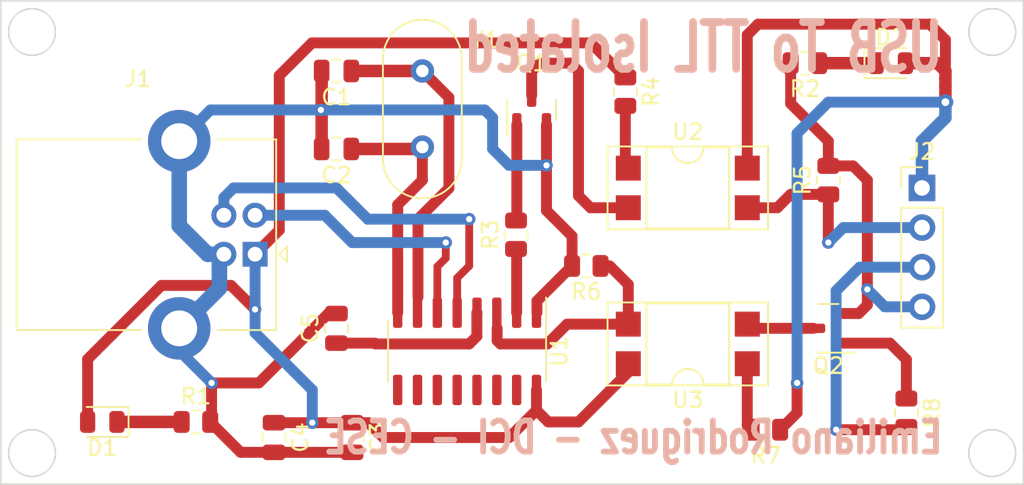
<source format=kicad_pcb>
(kicad_pcb (version 20211014) (generator pcbnew)
  (layers (0 "F.Cu" signal) (31 "B.Cu" signal) (34 "B.Paste" user) (35 "F.Paste" user) (36 "B.SilkS" user "B.Silkscreen") (37 "F.SilkS" user "F.Silkscreen") (38 "B.Mask" user) (39 "F.Mask" user) (44 "Edge.Cuts" user))
  (net 0 "")
  (net 1 "Net-(C1-Pad1)")
  (net 2 "GND")
  (net 3 "Net-(C2-Pad1)")
  (net 4 "VCC")
  (net 5 "/V3")
  (net 6 "Net-(D1-Pad1)")
  (net 7 "Net-(D2-Pad1)")
  (net 8 "VDD")
  (net 9 "Net-(J1-Pad2)")
  (net 10 "Net-(J1-Pad3)")
  (net 11 "Net-(J2-Pad2)")
  (net 12 "Net-(J2-Pad3)")
  (net 13 "GND1")
  (net 14 "Net-(Q1-Pad1)")
  (net 15 "Net-(Q1-Pad3)")
  (net 16 "Net-(Q2-Pad1)")
  (net 17 "Net-(Q2-Pad3)")
  (net 18 "Net-(R3-Pad1)")
  (net 19 "Net-(R4-Pad2)")
  (net 20 "Net-(R6-Pad1)")
  (net 21 "Net-(R7-Pad2)")
  (footprint "Resistor_SMD:R_0805_2012Metric" (layer "F.Cu") (at 166.5 74 180)
    (fp_text reference "R2" (at 0 -1.65) (layer "F.SilkS"))
    (fp_text value "1K")
    (fp_line (start -0.227064 -0.735) (end 0.227064 -0.735) (layer "F.SilkS") (width 0.12))
    (fp_line (start -0.227064 0.735) (end 0.227064 0.735) (layer "F.SilkS") (width 0.12))
    (pad "1" smd roundrect (at -0.9125 0 180) (size 1.025 1.4) (layers "F.Cu" "F.Paste" "F.Mask") (roundrect_rratio 0.243902) (net 7 "Net-(D2-Pad1)"))
    (pad "2" smd roundrect (at 0.9125 0 180) (size 1.025 1.4) (layers "F.Cu" "F.Paste" "F.Mask") (roundrect_rratio 0.243902) (net 13 "GND1"))
  )
  (footprint "Resistor_SMD:R_0805_2012Metric" (layer "F.Cu") (at 127.5 97)
    (fp_text reference "R1" (at 0 -1.65) (layer "F.SilkS"))
    (fp_text value "1K")
    (fp_line (start -0.227064 -0.735) (end 0.227064 -0.735) (layer "F.SilkS") (width 0.12))
    (fp_line (start -0.227064 0.735) (end 0.227064 0.735) (layer "F.SilkS") (width 0.12))
    (pad "1" smd roundrect (at -0.9125 0) (size 1.025 1.4) (layers "F.Cu" "F.Paste" "F.Mask") (roundrect_rratio 0.243902) (net 6 "Net-(D1-Pad1)"))
    (pad "2" smd roundrect (at 0.9125 0) (size 1.025 1.4) (layers "F.Cu" "F.Paste" "F.Mask") (roundrect_rratio 0.243902) (net 2 "GND"))
  )
  (footprint "Package_SO:SOIC-16_3.9x9.9mm_P1.27mm" (layer "F.Cu") (at 144.865 92.475 -90)
    (fp_text reference "U1" (at 0 -5.9 90) (layer "F.SilkS"))
    (fp_text value "CH340G")
    (fp_line (start 0 -5.06) (end 1.95 -5.06) (layer "F.SilkS") (width 0.12))
    (fp_line (start 0 -5.06) (end -3.45 -5.06) (layer "F.SilkS") (width 0.12))
    (fp_line (start 0 5.06) (end -1.95 5.06) (layer "F.SilkS") (width 0.12))
    (fp_line (start 0 5.06) (end 1.95 5.06) (layer "F.SilkS") (width 0.12))
    (pad "1" smd roundrect (at -2.475 -4.445 270) (size 1.95 0.6) (layers "F.Cu" "F.Paste" "F.Mask") (net 2 "GND"))
    (pad "2" smd roundrect (at -2.475 -3.175 270) (size 1.95 0.6) (layers "F.Cu" "F.Paste" "F.Mask") (net 18 "Net-(R3-Pad1)"))
    (pad "3" smd roundrect (at -2.475 -1.905 270) (size 1.95 0.6) (layers "F.Cu" "F.Paste" "F.Mask") (net 20 "Net-(R6-Pad1)"))
    (pad "4" smd roundrect (at -2.475 -0.635 270) (size 1.95 0.6) (layers "F.Cu" "F.Paste" "F.Mask") (net 5 "/V3"))
    (pad "5" smd roundrect (at -2.475 0.635 270) (size 1.95 0.6) (layers "F.Cu" "F.Paste" "F.Mask") (net 10 "Net-(J1-Pad3)"))
    (pad "6" smd roundrect (at -2.475 1.905 270) (size 1.95 0.6) (layers "F.Cu" "F.Paste" "F.Mask") (net 9 "Net-(J1-Pad2)"))
    (pad "7" smd roundrect (at -2.475 3.175 270) (size 1.95 0.6) (layers "F.Cu" "F.Paste" "F.Mask") (net 1 "Net-(C1-Pad1)"))
    (pad "8" smd roundrect (at -2.475 4.445 270) (size 1.95 0.6) (layers "F.Cu" "F.Paste" "F.Mask") (net 3 "Net-(C2-Pad1)"))
    (pad "9" smd roundrect (at 2.475 4.445 270) (size 1.95 0.6) (layers "F.Cu" "F.Paste" "F.Mask"))
    (pad "10" smd roundrect (at 2.475 3.175 270) (size 1.95 0.6) (layers "F.Cu" "F.Paste" "F.Mask"))
    (pad "11" smd roundrect (at 2.475 1.905 270) (size 1.95 0.6) (layers "F.Cu" "F.Paste" "F.Mask"))
    (pad "12" smd roundrect (at 2.475 0.635 270) (size 1.95 0.6) (layers "F.Cu" "F.Paste" "F.Mask"))
    (pad "13" smd roundrect (at 2.475 -0.635 270) (size 1.95 0.6) (layers "F.Cu" "F.Paste" "F.Mask"))
    (pad "14" smd roundrect (at 2.475 -1.905 270) (size 1.95 0.6) (layers "F.Cu" "F.Paste" "F.Mask"))
    (pad "15" smd roundrect (at 2.475 -3.175 270) (size 1.95 0.6) (layers "F.Cu" "F.Paste" "F.Mask"))
    (pad "16" smd roundrect (at 2.475 -4.445 270) (size 1.95 0.6) (layers "F.Cu" "F.Paste" "F.Mask") (net 4 "VCC"))
  )
  (footprint "Resistor_SMD:R_0805_2012Metric" (layer "F.Cu") (at 164 97.5 180)
    (fp_text reference "R7" (at 0 -1.65) (layer "F.SilkS"))
    (fp_text value "1K8")
    (fp_line (start -0.227064 0.735) (end 0.227064 0.735) (layer "F.SilkS") (width 0.12))
    (fp_line (start -0.227064 -0.735) (end 0.227064 -0.735) (layer "F.SilkS") (width 0.12))
    (pad "1" smd roundrect (at -0.9125 0 180) (size 1.025 1.4) (layers "F.Cu" "F.Paste" "F.Mask") (roundrect_rratio 0.243902) (net 8 "VDD"))
    (pad "2" smd roundrect (at 0.9125 0 180) (size 1.025 1.4) (layers "F.Cu" "F.Paste" "F.Mask") (roundrect_rratio 0.243902) (net 21 "Net-(R7-Pad2)"))
  )
  (footprint "Resistor_SMD:R_0805_2012Metric" (layer "F.Cu") (at 173 96.4125 -90)
    (fp_text reference "R8" (at 0 -1.65 90) (layer "F.SilkS"))
    (fp_text value "330K")
    (fp_line (start -0.227064 0.735) (end 0.227064 0.735) (layer "F.SilkS") (width 0.12))
    (fp_line (start -0.227064 -0.735) (end 0.227064 -0.735) (layer "F.SilkS") (width 0.12))
    (pad "1" smd roundrect (at -0.9125 0 270) (size 1.025 1.4) (layers "F.Cu" "F.Paste" "F.Mask") (roundrect_rratio 0.243902) (net 16 "Net-(Q2-Pad1)"))
    (pad "2" smd roundrect (at 0.9125 0 270) (size 1.025 1.4) (layers "F.Cu" "F.Paste" "F.Mask") (roundrect_rratio 0.243902) (net 12 "Net-(J2-Pad3)"))
  )
  (footprint "Package_TO_SOT_SMD:SOT-23" (layer "F.Cu") (at 149 77 90)
    (fp_text reference "Q1" (at 3 0 180) (layer "F.SilkS"))
    (fp_text value "BC817")
    (fp_line (start 0 1.56) (end 0.65 1.56) (layer "F.SilkS") (width 0.12))
    (fp_line (start 0 -1.56) (end 0.65 -1.56) (layer "F.SilkS") (width 0.12))
    (fp_line (start 0 -1.56) (end -1.675 -1.56) (layer "F.SilkS") (width 0.12))
    (fp_line (start 0 1.56) (end -0.65 1.56) (layer "F.SilkS") (width 0.12))
    (pad "1" smd roundrect (at -0.9375 -0.95 90) (size 1.475 0.6) (layers "F.Cu" "F.Paste" "F.Mask") (net 14 "Net-(Q1-Pad1)"))
    (pad "2" smd roundrect (at -0.9375 0.95 90) (size 1.475 0.6) (layers "F.Cu" "F.Paste" "F.Mask") (net 2 "GND"))
    (pad "3" smd roundrect (at 0.9375 0 90) (size 1.475 0.6) (layers "F.Cu" "F.Paste" "F.Mask") (net 15 "Net-(Q1-Pad3)"))
  )
  (footprint "Package_DIP:DIP-4_W7.62mm_SMDSocket_SmallPads" (layer "F.Cu") (at 159 92 180)
    (fp_text reference "U3" (at 0 -3.6) (layer "F.SilkS"))
    (fp_text value "PC817")
    (fp_line (start 5.14 -2.66) (end -5.14 -2.66) (layer "F.SilkS") (width 0.12))
    (fp_line (start 2.65 2.6) (end 2.65 -2.6) (layer "F.SilkS") (width 0.12))
    (fp_line (start -5.14 2.66) (end 5.14 2.66) (layer "F.SilkS") (width 0.12))
    (fp_line (start 2.65 -2.6) (end 1 -2.6) (layer "F.SilkS") (width 0.12))
    (fp_line (start -1 -2.6) (end -2.65 -2.6) (layer "F.SilkS") (width 0.12))
    (fp_line (start -5.14 -2.66) (end -5.14 2.66) (layer "F.SilkS") (width 0.12))
    (fp_line (start 5.14 2.66) (end 5.14 -2.66) (layer "F.SilkS") (width 0.12))
    (fp_line (start -2.65 2.6) (end 2.65 2.6) (layer "F.SilkS") (width 0.12))
    (fp_line (start -2.65 -2.6) (end -2.65 2.6) (layer "F.SilkS") (width 0.12))
    (fp_arc (start 1 -2.6) (mid 0 -1.6) (end -1 -2.6) (layer "F.SilkS") (width 0.12))
    (pad "1" smd rect (at -3.81 -1.27 180) (size 1.6 1.6) (layers "F.Cu" "F.Paste" "F.Mask") (net 21 "Net-(R7-Pad2)"))
    (pad "2" smd rect (at -3.81 1.27 180) (size 1.6 1.6) (layers "F.Cu" "F.Paste" "F.Mask") (net 17 "Net-(Q2-Pad3)"))
    (pad "3" smd rect (at 3.81 1.27 180) (size 1.6 1.6) (layers "F.Cu" "F.Paste" "F.Mask") (net 20 "Net-(R6-Pad1)"))
    (pad "4" smd rect (at 3.81 -1.27 180) (size 1.6 1.6) (layers "F.Cu" "F.Paste" "F.Mask") (net 4 "VCC"))
  )
  (footprint "Capacitor_SMD:C_0805_2012Metric" (layer "F.Cu") (at 136.5 79.5 180)
    (fp_text reference "C2" (at 0 -1.68) (layer "F.SilkS"))
    (fp_text value "22pF")
    (fp_line (start -0.261252 0.735) (end 0.261252 0.735) (layer "F.SilkS") (width 0.12))
    (fp_line (start -0.261252 -0.735) (end 0.261252 -0.735) (layer "F.SilkS") (width 0.12))
    (pad "1" smd roundrect (at -0.95 0 180) (size 1 1.45) (layers "F.Cu" "F.Paste" "F.Mask") (net 3 "Net-(C2-Pad1)"))
    (pad "2" smd roundrect (at 0.95 0 180) (size 1 1.45) (layers "F.Cu" "F.Paste" "F.Mask") (net 2 "GND"))
  )
  (footprint "Resistor_SMD:R_0805_2012Metric" (layer "F.Cu") (at 148 85 90)
    (fp_text reference "R3" (at 0 -1.65 90) (layer "F.SilkS"))
    (fp_text value "330K")
    (fp_line (start -0.227064 0.735) (end 0.227064 0.735) (layer "F.SilkS") (width 0.12))
    (fp_line (start -0.227064 -0.735) (end 0.227064 -0.735) (layer "F.SilkS") (width 0.12))
    (pad "1" smd roundrect (at -0.9125 0 90) (size 1.025 1.4) (layers "F.Cu" "F.Paste" "F.Mask") (roundrect_rratio 0.243902) (net 18 "Net-(R3-Pad1)"))
    (pad "2" smd roundrect (at 0.9125 0 90) (size 1.025 1.4) (layers "F.Cu" "F.Paste" "F.Mask") (roundrect_rratio 0.243902) (net 14 "Net-(Q1-Pad1)"))
  )
  (footprint "LED_SMD:LED_0805_2012Metric" (layer "F.Cu") (at 121.5 97 180)
    (fp_text reference "D1" (at 0 -1.65) (layer "F.SilkS"))
    (fp_text value "LED GREEN")
    (fp_line (start 1 -0.96) (end -1.685 -0.96) (layer "F.SilkS") (width 0.12))
    (fp_line (start -1.685 0.96) (end 1 0.96) (layer "F.SilkS") (width 0.12))
    (fp_line (start -1.685 -0.96) (end -1.685 0.96) (layer "F.SilkS") (width 0.12))
    (pad "1" smd roundrect (at -0.9375 0 180) (size 0.975 1.4) (layers "F.Cu" "F.Paste" "F.Mask") (net 6 "Net-(D1-Pad1)"))
    (pad "2" smd roundrect (at 0.9375 0 180) (size 0.975 1.4) (layers "F.Cu" "F.Paste" "F.Mask") (net 4 "VCC"))
  )
  (footprint "Resistor_SMD:R_0805_2012Metric" (layer "F.Cu") (at 168 81.5 90)
    (fp_text reference "R5" (at 0 -1.65 90) (layer "F.SilkS"))
    (fp_text value "1K")
    (fp_line (start -0.227064 0.735) (end 0.227064 0.735) (layer "F.SilkS") (width 0.12))
    (fp_line (start -0.227064 -0.735) (end 0.227064 -0.735) (layer "F.SilkS") (width 0.12))
    (pad "1" smd roundrect (at -0.9125 0 90) (size 1.025 1.4) (layers "F.Cu" "F.Paste" "F.Mask") (roundrect_rratio 0.243902) (net 11 "Net-(J2-Pad2)"))
    (pad "2" smd roundrect (at 0.9125 0 90) (size 1.025 1.4) (layers "F.Cu" "F.Paste" "F.Mask") (roundrect_rratio 0.243902) (net 13 "GND1"))
  )
  (footprint "Capacitor_SMD:C_0805_2012Metric" (layer "F.Cu") (at 137.5 98 -90)
    (fp_text reference "C3" (at 0 -1.68 90) (layer "F.SilkS"))
    (fp_text value "10uF")
    (fp_line (start -0.261252 -0.735) (end 0.261252 -0.735) (layer "F.SilkS") (width 0.12))
    (fp_line (start -0.261252 0.735) (end 0.261252 0.735) (layer "F.SilkS") (width 0.12))
    (pad "1" smd roundrect (at -0.95 0 270) (size 1 1.45) (layers "F.Cu" "F.Paste" "F.Mask") (net 4 "VCC"))
    (pad "2" smd roundrect (at 0.95 0 270) (size 1 1.45) (layers "F.Cu" "F.Paste" "F.Mask") (net 2 "GND"))
  )
  (footprint "Resistor_SMD:R_0805_2012Metric" (layer "F.Cu") (at 155 75.825 -90)
    (fp_text reference "R4" (at 0 -1.65 90) (layer "F.SilkS"))
    (fp_text value "1K8")
    (fp_line (start -0.227064 -0.735) (end 0.227064 -0.735) (layer "F.SilkS") (width 0.12))
    (fp_line (start -0.227064 0.735) (end 0.227064 0.735) (layer "F.SilkS") (width 0.12))
    (pad "1" smd roundrect (at -0.9125 0 270) (size 1.025 1.4) (layers "F.Cu" "F.Paste" "F.Mask") (roundrect_rratio 0.243902) (net 4 "VCC"))
    (pad "2" smd roundrect (at 0.9125 0 270) (size 1.025 1.4) (layers "F.Cu" "F.Paste" "F.Mask") (roundrect_rratio 0.243902) (net 19 "Net-(R4-Pad2)"))
  )
  (footprint "Package_TO_SOT_SMD:SOT-23" (layer "F.Cu") (at 168 91 180)
    (fp_text reference "Q2" (at 0 -2.4) (layer "F.SilkS"))
    (fp_text value "BC817")
    (fp_line (start 0 -1.56) (end 0.65 -1.56) (layer "F.SilkS") (width 0.12))
    (fp_line (start 0 1.56) (end -0.65 1.56) (layer "F.SilkS") (width 0.12))
    (fp_line (start 0 1.56) (end 0.65 1.56) (layer "F.SilkS") (width 0.12))
    (fp_line (start 0 -1.56) (end -1.675 -1.56) (layer "F.SilkS") (width 0.12))
    (pad "1" smd roundrect (at -0.9375 -0.95 180) (size 1.475 0.6) (layers "F.Cu" "F.Paste" "F.Mask") (net 16 "Net-(Q2-Pad1)"))
    (pad "2" smd roundrect (at -0.9375 0.95 180) (size 1.475 0.6) (layers "F.Cu" "F.Paste" "F.Mask") (net 13 "GND1"))
    (pad "3" smd roundrect (at 0.9375 0 180) (size 1.475 0.6) (layers "F.Cu" "F.Paste" "F.Mask") (net 17 "Net-(Q2-Pad3)"))
  )
  (footprint "LED_SMD:LED_0805_2012Metric" (layer "F.Cu") (at 172 74)
    (fp_text reference "D2" (at 0 -1.65) (layer "F.SilkS"))
    (fp_text value "LED RED")
    (fp_line (start 1 -0.96) (end -1.685 -0.96) (layer "F.SilkS") (width 0.12))
    (fp_line (start -1.685 -0.96) (end -1.685 0.96) (layer "F.SilkS") (width 0.12))
    (fp_line (start -1.685 0.96) (end 1 0.96) (layer "F.SilkS") (width 0.12))
    (pad "1" smd roundrect (at -0.9375 0) (size 0.975 1.4) (layers "F.Cu" "F.Paste" "F.Mask") (net 7 "Net-(D2-Pad1)"))
    (pad "2" smd roundrect (at 0.9375 0) (size 0.975 1.4) (layers "F.Cu" "F.Paste" "F.Mask") (net 8 "VDD"))
  )
  (footprint "Connector_PinHeader_2.54mm:PinHeader_1x04_P2.54mm_Vertical" (layer "F.Cu") (at 174 82)
    (fp_text reference "J2" (at 0 -2.33) (layer "F.SilkS"))
    (fp_text value "Conn_01x04")
    (fp_line (start -1.33 1.27) (end 1.33 1.27) (layer "F.SilkS") (width 0.12))
    (fp_line (start 1.33 1.27) (end 1.33 8.95) (layer "F.SilkS") (width 0.12))
    (fp_line (start -1.33 0) (end -1.33 -1.33) (layer "F.SilkS") (width 0.12))
    (fp_line (start -1.33 8.95) (end 1.33 8.95) (layer "F.SilkS") (width 0.12))
    (fp_line (start -1.33 1.27) (end -1.33 8.95) (layer "F.SilkS") (width 0.12))
    (fp_line (start -1.33 -1.33) (end 0 -1.33) (layer "F.SilkS") (width 0.12))
    (pad "1" thru_hole rect (at 0 0) (size 1.7 1.7) (drill 1) (layers *.Cu *.Mask) (net 8 "VDD"))
    (pad "2" thru_hole oval (at 0 2.54) (size 1.7 1.7) (drill 1) (layers *.Cu *.Mask) (net 11 "Net-(J2-Pad2)"))
    (pad "3" thru_hole oval (at 0 5.08) (size 1.7 1.7) (drill 1) (layers *.Cu *.Mask) (net 12 "Net-(J2-Pad3)"))
    (pad "4" thru_hole oval (at 0 7.62) (size 1.7 1.7) (drill 1) (layers *.Cu *.Mask) (net 13 "GND1"))
  )
  (footprint "Capacitor_SMD:C_0805_2012Metric" (layer "F.Cu") (at 132.5 98 -90)
    (fp_text reference "C4" (at 0 -1.68 90) (layer "F.SilkS"))
    (fp_text value "0.1uF")
    (fp_line (start -0.261252 -0.735) (end 0.261252 -0.735) (layer "F.SilkS") (width 0.12))
    (fp_line (start -0.261252 0.735) (end 0.261252 0.735) (layer "F.SilkS") (width 0.12))
    (pad "1" smd roundrect (at -0.95 0 270) (size 1 1.45) (layers "F.Cu" "F.Paste" "F.Mask") (net 4 "VCC"))
    (pad "2" smd roundrect (at 0.95 0 270) (size 1 1.45) (layers "F.Cu" "F.Paste" "F.Mask") (net 2 "GND"))
  )
  (footprint "Connector_USB:USB_B_Lumberg_2411_02_Horizontal" (layer "F.Cu") (at 131.2875 86.25 180)
    (fp_text reference "J1" (at 7.5 11.25) (layer "F.SilkS"))
    (fp_text value "USB_B")
    (fp_line (start -1.35 7.36) (end -1.35 -4.86) (layer "F.SilkS") (width 0.12))
    (fp_line (start -1.55 0) (end -2.05 -0.5) (layer "F.SilkS") (width 0.12))
    (fp_line (start -1.35 -4.86) (end 2.4 -4.86) (layer "F.SilkS") (width 0.12))
    (fp_line (start -2.05 -0.5) (end -2.05 0.5) (layer "F.SilkS") (width 0.12))
    (fp_line (start 15.27 -4.86) (end 7.3 -4.86) (layer "F.SilkS") (width 0.12))
    (fp_line (start 15.27 7.36) (end 15.27 -4.86) (layer "F.SilkS") (width 0.12))
    (fp_line (start 15.27 7.36) (end 7.3 7.36) (layer "F.SilkS") (width 0.12))
    (fp_line (start -2.05 0.5) (end -1.55 0) (layer "F.SilkS") (width 0.12))
    (fp_line (start -1.35 7.36) (end 2.4 7.36) (layer "F.SilkS") (width 0.12))
    (pad "1" thru_hole rect (at 0 0 270) (size 1.6 1.6) (drill 0.95) (layers *.Cu *.Mask) (net 4 "VCC"))
    (pad "2" thru_hole circle (at 0 2.5 270) (size 1.6 1.6) (drill 0.95) (layers *.Cu *.Mask) (net 9 "Net-(J1-Pad2)"))
    (pad "3" thru_hole circle (at 2 2.5 270) (size 1.6 1.6) (drill 0.95) (layers *.Cu *.Mask) (net 10 "Net-(J1-Pad3)"))
    (pad "4" thru_hole circle (at 2 0 270) (size 1.6 1.6) (drill 0.95) (layers *.Cu *.Mask) (net 2 "GND"))
    (pad "5" thru_hole circle (at 4.86 -4.75 270) (size 4 4) (drill 2.3) (layers *.Cu *.Mask) (net 2 "GND"))
    (pad "5" thru_hole circle (at 4.86 7.25 270) (size 4 4) (drill 2.3) (layers *.Cu *.Mask) (net 2 "GND"))
  )
  (footprint "Capacitor_SMD:C_0805_2012Metric" (layer "F.Cu") (at 136.5 74.5 180)
    (fp_text reference "C1" (at 0 -1.68) (layer "F.SilkS"))
    (fp_text value "22pF")
    (fp_line (start -0.261252 0.735) (end 0.261252 0.735) (layer "F.SilkS") (width 0.12))
    (fp_line (start -0.261252 -0.735) (end 0.261252 -0.735) (layer "F.SilkS") (width 0.12))
    (pad "1" smd roundrect (at -0.95 0 180) (size 1 1.45) (layers "F.Cu" "F.Paste" "F.Mask") (net 1 "Net-(C1-Pad1)"))
    (pad "2" smd roundrect (at 0.95 0 180) (size 1 1.45) (layers "F.Cu" "F.Paste" "F.Mask") (net 2 "GND"))
  )
  (footprint "Crystal:Crystal_HC49-4H_Vertical" (layer "F.Cu") (at 142 74.5 -90)
    (fp_text reference "Y1" (at -2 -4 180) (layer "F.SilkS"))
    (fp_text value "12 MHz")
    (fp_line (start -0.76 -2.525) (end 5.64 -2.525) (layer "F.SilkS") (width 0.12))
    (fp_line (start -0.76 2.525) (end 5.64 2.525) (layer "F.SilkS") (width 0.12))
    (fp_arc (start 5.64 -2.525) (mid 8.165 0) (end 5.64 2.525) (layer "F.SilkS") (width 0.12))
    (fp_arc (start -0.76 2.525) (mid -3.285 0) (end -0.76 -2.525) (layer "F.SilkS") (width 0.12))
    (pad "1" thru_hole circle (at 0 0 270) (size 1.5 1.5) (drill 0.8) (layers *.Cu *.Mask) (net 1 "Net-(C1-Pad1)"))
    (pad "2" thru_hole circle (at 4.88 0 270) (size 1.5 1.5) (drill 0.8) (layers *.Cu *.Mask) (net 3 "Net-(C2-Pad1)"))
  )
  (footprint "Package_DIP:DIP-4_W7.62mm_SMDSocket_SmallPads" (layer "F.Cu") (at 159 82)
    (fp_text reference "U2" (at 0 -3.6) (layer "F.SilkS"))
    (fp_text value "PC817")
    (fp_line (start -5.14 -2.66) (end -5.14 2.66) (layer "F.SilkS") (width 0.12))
    (fp_line (start -2.65 -2.6) (end -2.65 2.6) (layer "F.SilkS") (width 0.12))
    (fp_line (start -5.14 2.66) (end 5.14 2.66) (layer "F.SilkS") (width 0.12))
    (fp_line (start 2.65 2.6) (end 2.65 -2.6) (layer "F.SilkS") (width 0.12))
    (fp_line (start 5.14 -2.66) (end -5.14 -2.66) (layer "F.SilkS") (width 0.12))
    (fp_line (start 5.14 2.66) (end 5.14 -2.66) (layer "F.SilkS") (width 0.12))
    (fp_line (start -1 -2.6) (end -2.65 -2.6) (layer "F.SilkS") (width 0.12))
    (fp_line (start -2.65 2.6) (end 2.65 2.6) (layer "F.SilkS") (width 0.12))
    (fp_line (start 2.65 -2.6) (end 1 -2.6) (layer "F.SilkS") (width 0.12))
    (fp_arc (start 1 -2.6) (mid 0 -1.6) (end -1 -2.6) (layer "F.SilkS") (width 0.12))
    (pad "1" smd rect (at -3.81 -1.27) (size 1.6 1.6) (layers "F.Cu" "F.Paste" "F.Mask") (net 19 "Net-(R4-Pad2)"))
    (pad "2" smd rect (at -3.81 1.27) (size 1.6 1.6) (layers "F.Cu" "F.Paste" "F.Mask") (net 15 "Net-(Q1-Pad3)"))
    (pad "3" smd rect (at 3.81 1.27) (size 1.6 1.6) (layers "F.Cu" "F.Paste" "F.Mask") (net 11 "Net-(J2-Pad2)"))
    (pad "4" smd rect (at 3.81 -1.27) (size 1.6 1.6) (layers "F.Cu" "F.Paste" "F.Mask") (net 8 "VDD"))
  )
  (footprint "Capacitor_SMD:C_0805_2012Metric" (layer "F.Cu") (at 136.5 91 90)
    (fp_text reference "C5" (at 0 -1.68 90) (layer "F.SilkS"))
    (fp_text value "0.1uF")
    (fp_line (start -0.261252 -0.735) (end 0.261252 -0.735) (layer "F.SilkS") (width 0.12))
    (fp_line (start -0.261252 0.735) (end 0.261252 0.735) (layer "F.SilkS") (width 0.12))
    (pad "1" smd roundrect (at -0.95 0 90) (size 1 1.45) (layers "F.Cu" "F.Paste" "F.Mask") (net 5 "/V3"))
    (pad "2" smd roundrect (at 0.95 0 90) (size 1 1.45) (layers "F.Cu" "F.Paste" "F.Mask") (net 2 "GND"))
  )
  (footprint "Resistor_SMD:R_0805_2012Metric" (layer "F.Cu") (at 152.5 87 180)
    (fp_text reference "R6" (at 0 -1.65) (layer "F.SilkS"))
    (fp_text value "1K")
    (fp_line (start -0.227064 0.735) (end 0.227064 0.735) (layer "F.SilkS") (width 0.12))
    (fp_line (start -0.227064 -0.735) (end 0.227064 -0.735) (layer "F.SilkS") (width 0.12))
    (pad "1" smd roundrect (at -0.9125 0 180) (size 1.025 1.4) (layers "F.Cu" "F.Paste" "F.Mask") (roundrect_rratio 0.243902) (net 20 "Net-(R6-Pad1)"))
    (pad "2" smd roundrect (at 0.9125 0 180) (size 1.025 1.4) (layers "F.Cu" "F.Paste" "F.Mask") (roundrect_rratio 0.243902) (net 2 "GND"))
  )
  (gr_circle (center 117 72) (end 118.5 72) (layer "Edge.Cuts") (width 0.1) (fill none))
  (gr_circle (center 178.5 72) (end 180 72) (layer "Edge.Cuts") (width 0.1) (fill none))
  (gr_rect (start 115 70) (end 180.5 101) (layer "Edge.Cuts") (width 0.1) (fill none))
  (gr_circle (center 178.5 99) (end 180 99) (layer "Edge.Cuts") (width 0.1) (fill none))
  (gr_circle (center 117 99) (end 118.5 99) (layer "Edge.Cuts") (width 0.1) (fill none))
  (gr_text "Emiliano Rodriguez - DCI - CESE" (at 155.5 98) (layer "B.SilkS") (effects (font (size 2 1.5) (thickness 0.375)) (justify mirror)))
  (gr_text "USB To TTL Isolated" (at 160 73) (layer "B.SilkS") (effects (font (size 3 2) (thickness 0.5)) (justify mirror)))
  (segment (start 143.699511 76.199511) (end 143.699511 82.020009) (width 0.7) (layer "F.Cu") (net 1))
  (segment (start 137.45 74.5) (end 142 74.5) (width 0.8) (layer "F.Cu") (net 1))
  (segment (start 143.699511 82.020009) (end 141.71952 84) (width 0.7) (layer "F.Cu") (net 1))
  (segment (start 141.71952 84) (end 141.71952 89) (width 0.7) (layer "F.Cu") (net 1))
  (segment (start 142 74.5) (end 143.699511 76.199511) (width 0.7) (layer "F.Cu") (net 1))
  (segment (start 128.5 94.5) (end 128.5 96.9125) (width 0.7) (layer "F.Cu") (net 2))
  (segment (start 135.978623 90.05) (end 131.528623 94.5) (width 0.7) (layer "F.Cu") (net 2))
  (segment (start 149.95 83.45) (end 151.5875 85.0875) (width 0.7) (layer "F.Cu") (net 2))
  (segment (start 135.55 74.5) (end 135.55 79.5) (width 0.8) (layer "F.Cu") (net 2))
  (segment (start 149.33952 89.24798) (end 149.33952 90) (width 0.7) (layer "F.Cu") (net 2))
  (segment (start 132.5 98.95) (end 130.3625 98.95) (width 0.7) (layer "F.Cu") (net 2))
  (segment (start 130.3625 98.95) (end 128.4125 97) (width 0.7) (layer "F.Cu") (net 2))
  (segment (start 128.5 96.9125) (end 128.4125 97) (width 0.7) (layer "F.Cu") (net 2))
  (segment (start 136.5 90.05) (end 135.978623 90.05) (width 0.7) (layer "F.Cu") (net 2))
  (segment (start 149.95 80.55) (end 149.95 83.45) (width 0.7) (layer "F.Cu") (net 2))
  (segment (start 151.5875 87) (end 149.33952 89.24798) (width 0.7) (layer "F.Cu") (net 2))
  (segment (start 137.5 98.95) (end 132.5 98.95) (width 0.7) (layer "F.Cu") (net 2))
  (segment (start 131.528623 94.5) (end 128.5 94.5) (width 0.7) (layer "F.Cu") (net 2))
  (segment (start 149.95 77.9375) (end 149.95 80.55) (width 0.7) (layer "F.Cu") (net 2))
  (segment (start 151.5875 85.0875) (end 151.5875 87) (width 0.7) (layer "F.Cu") (net 2))
  (via (at 149.95 80.55) (size 0.8) (drill 0.4) (layers "F.Cu" "B.Cu") (net 2))
  (via (at 128.5 94.5) (size 0.8) (drill 0.4) (layers "F.Cu" "B.Cu") (net 2))
  (via (at 135.5 77) (size 0.8) (drill 0.4) (layers "F.Cu" "B.Cu") (net 2))
  (segment (start 128.4275 77) (end 135.5 77) (width 0.7) (layer "B.Cu") (net 2))
  (segment (start 126.4275 91) (end 129 88.4275) (width 1) (layer "B.Cu") (net 2))
  (segment (start 147.55 80.55) (end 149.95 80.55) (width 0.7) (layer "B.Cu") (net 2))
  (segment (start 146 77) (end 146.5 77.5) (width 0.7) (layer "B.Cu") (net 2))
  (segment (start 146.5 79.5) (end 147.55 80.55) (width 0.7) (layer "B.Cu") (net 2))
  (segment (start 126.4275 84.4275) (end 128.25 86.25) (width 1) (layer "B.Cu") (net 2))
  (segment (start 129 86.5375) (end 129.2875 86.25) (width 1) (layer "B.Cu") (net 2))
  (segment (start 146.5 77.5) (end 146.5 79.5) (width 0.7) (layer "B.Cu") (net 2))
  (segment (start 126.4275 79) (end 128.4275 77) (width 0.7) (layer "B.Cu") (net 2))
  (segment (start 126.4275 79) (end 126.4275 84.4275) (width 1) (layer "B.Cu") (net 2))
  (segment (start 128.25 86.25) (end 129.2875 86.25) (width 1) (layer "B.Cu") (net 2))
  (segment (start 135.5 77) (end 146 77) (width 0.7) (layer "B.Cu") (net 2))
  (segment (start 126.4275 91) (end 126.4275 92.4275) (width 0.7) (layer "B.Cu") (net 2))
  (segment (start 126.4275 92.4275) (end 128.5 94.5) (width 0.7) (layer "B.Cu") (net 2))
  (segment (start 129 88.4275) (end 129 86.5375) (width 1) (layer "B.Cu") (net 2))
  (segment (start 140.42 83.08) (end 140.42 90) (width 0.7) (layer "F.Cu") (net 3))
  (segment (start 137.45 79.5) (end 141.88 79.5) (width 0.8) (layer "F.Cu") (net 3))
  (segment (start 142 81.5) (end 140.42 83.08) (width 0.7) (layer "F.Cu") (net 3))
  (segment (start 142 79.38) (end 142 81.5) (width 0.7) (layer "F.Cu") (net 3))
  (segment (start 141.88 79.5) (end 142 79.38) (width 0.8) (layer "F.Cu") (net 3))
  (segment (start 149.31 96.250916) (end 149.31 94.95) (width 0.7) (layer "F.Cu") (net 4))
  (segment (start 155.19 93.81) (end 152 97) (width 0.7) (layer "F.Cu") (net 4))
  (segment (start 139.5 98) (end 147.560916 98) (width 0.7) (layer "F.Cu") (net 4))
  (segment (start 134.928143 72.70048) (end 132.837011 74.791612) (width 0.7) (layer "F.Cu") (net 4))
  (segment (start 120.5625 92.976603) (end 125.288614 88.250489) (width 0.7) (layer "F.Cu") (net 4))
  (segment (start 132.837011 84.700489) (end 131.2875 86.25) (width 0.7) (layer "F.Cu") (net 4))
  (segment (start 132.5 97.05) (end 134.95 97.05) (width 0.7) (layer "F.Cu") (net 4))
  (segment (start 120.5625 97) (end 120.5625 92.976603) (width 0.7) (layer "F.Cu") (net 4))
  (segment (start 137.5 97.05) (end 138.55 97.05) (width 0.7) (layer "F.Cu") (net 4))
  (segment (start 155 74.9125) (end 152.78798 72.70048) (width 0.7) (layer "F.Cu") (net 4))
  (segment (start 147.560916 98) (end 149.31 96.250916) (width 0.7) (layer "F.Cu") (net 4))
  (segment (start 134.95 97.05) (end 137.5 97.05) (width 0.7) (layer "F.Cu") (net 4))
  (segment (start 152 97) (end 150.059084 97) (width 0.7) (layer "F.Cu") (net 4))
  (segment (start 152.78798 72.70048) (end 134.928143 72.70048) (width 0.7) (layer "F.Cu") (net 4))
  (segment (start 125.288614 88.250489) (end 129.750489 88.250489) (width 0.7) (layer "F.Cu") (net 4))
  (segment (start 132.837011 74.791612) (end 132.837011 84.700489) (width 0.7) (layer "F.Cu") (net 4))
  (segment (start 150.059084 97) (end 149.31 96.250916) (width 0.7) (layer "F.Cu") (net 4))
  (segment (start 155.19 93.27) (end 155.19 93.81) (width 0.7) (layer "F.Cu") (net 4))
  (segment (start 138.55 97.05) (end 139.5 98) (width 0.7) (layer "F.Cu") (net 4))
  (segment (start 129.750489 88.250489) (end 131.2875 89.7875) (width 0.7) (layer "F.Cu") (net 4))
  (via (at 134.95 97.05) (size 0.8) (drill 0.4) (layers "F.Cu" "B.Cu") (net 4))
  (via (at 131.2875 89.7875) (size 0.8) (drill 0.4) (layers "F.Cu" "B.Cu") (net 4))
  (segment (start 131.2875 91.2875) (end 134.95 94.95) (width 0.7) (layer "B.Cu") (net 4))
  (segment (start 134.95 94.95) (end 134.95 97.05) (width 0.7) (layer "B.Cu") (net 4))
  (segment (start 131.2875 86.25) (end 131.2875 89.7875) (width 0.7) (layer "B.Cu") (net 4))
  (segment (start 131.2875 89.7875) (end 131.2875 91.2875) (width 0.7) (layer "B.Cu") (net 4))
  (segment (start 145 92) (end 145.49096 91.50904) (width 0.7) (layer "F.Cu") (net 5))
  (segment (start 145.49096 91.50904) (end 145.49096 90.00904) (width 0.7) (layer "F.Cu") (net 5))
  (segment (start 138.95 91.95) (end 139 92) (width 0.7) (layer "F.Cu") (net 5))
  (segment (start 136.5 91.95) (end 138.95 91.95) (width 0.7) (layer "F.Cu") (net 5))
  (segment (start 139 92) (end 145 92) (width 0.7) (layer "F.Cu") (net 5))
  (segment (start 145.49096 90.00904) (end 145.5 90) (width 0.7) (layer "F.Cu") (net 5))
  (segment (start 122.4375 97) (end 126.5875 97) (width 0.8) (layer "F.Cu") (net 6))
  (segment (start 167.4125 74) (end 171.0625 74) (width 0.8) (layer "F.Cu") (net 7))
  (segment (start 162.81 80.73) (end 162.81 72.19) (width 0.7) (layer "F.Cu") (net 8))
  (segment (start 175.5 75.5) (end 175.5 76.5) (width 0.8) (layer "F.Cu") (net 8))
  (segment (start 175.5 72.5) (end 175.5 74.5) (width 0.7) (layer "F.Cu") (net 8))
  (segment (start 175.5 75) (end 175.5 75.5) (width 0.8) (layer "F.Cu") (net 8))
  (segment (start 175 74) (end 175.5 74.5) (width 0.8) (layer "F.Cu") (net 8))
  (segment (start 175.5 74.5) (end 175.5 75) (width 0.8) (layer "F.Cu") (net 8))
  (segment (start 166 96.4125) (end 164.9125 97.5) (width 0.7) (layer "F.Cu") (net 8))
  (segment (start 172.9375 74) (end 175 74) (width 0.8) (layer "F.Cu") (net 8))
  (segment (start 163.5 71.5) (end 174.5 71.5) (width 0.7) (layer "F.Cu") (net 8))
  (segment (start 162.81 72.19) (end 163.5 71.5) (width 0.7) (layer "F.Cu") (net 8))
  (segment (start 166 94.5) (end 166 96.4125) (width 0.7) (layer "F.Cu") (net 8))
  (segment (start 174.5 71.5) (end 175.5 72.5) (width 0.7) (layer "F.Cu") (net 8))
  (via (at 166 94.5) (size 0.8) (drill 0.4) (layers "F.Cu" "B.Cu") (net 8))
  (via (at 175.5 76.5) (size 1) (drill 0.5) (layers "F.Cu" "B.Cu") (net 8))
  (segment (start 166 78.5) (end 166 94.5) (width 0.7) (layer "B.Cu") (net 8))
  (segment (start 174 79) (end 174 82) (width 0.8) (layer "B.Cu") (net 8))
  (segment (start 175.5 76.5) (end 168 76.5) (width 0.7) (layer "B.Cu") (net 8))
  (segment (start 175.5 76.5) (end 175.5 77.5) (width 0.8) (layer "B.Cu") (net 8))
  (segment (start 168 76.5) (end 166 78.5) (width 0.7) (layer "B.Cu") (net 8))
  (segment (start 175.5 77.5) (end 174 79) (width 0.8) (layer "B.Cu") (net 8))
  (segment (start 143.5 86.5) (end 143.5 85.5) (width 0.5) (layer "F.Cu") (net 9))
  (segment (start 142.96 90) (end 142.96 87.04) (width 0.5) (layer "F.Cu") (net 9))
  (segment (start 142.96 87.04) (end 143.5 86.5) (width 0.5) (layer "F.Cu") (net 9))
  (via (at 143.5 85.5) (size 0.8) (drill 0.4) (layers "F.Cu" "B.Cu") (net 9))
  (segment (start 137.5 85.5) (end 143.5 85.5) (width 0.7) (layer "B.Cu") (net 9))
  (segment (start 131.2875 83.75) (end 135.75 83.75) (width 0.7) (layer "B.Cu") (net 9))
  (segment (start 135.75 83.75) (end 137.5 85.5) (width 0.7) (layer "B.Cu") (net 9))
  (segment (start 144.23 87.77) (end 144.23 90) (width 0.5) (layer "F.Cu") (net 10))
  (segment (start 145 87) (end 144.23 87.77) (width 0.5) (layer "F.Cu") (net 10))
  (segment (start 145 84) (end 145 87) (width 0.5) (layer "F.Cu") (net 10))
  (via (at 145 84) (size 0.8) (drill 0.4) (layers "F.Cu" "B.Cu") (net 10))
  (segment (start 136.5 82) (end 138.5 84) (width 0.7) (layer "B.Cu") (net 10))
  (segment (start 129.2875 83.75) (end 129.2875 82.61863) (width 0.7) (layer "B.Cu") (net 10))
  (segment (start 129.2875 82.61863) (end 129.90613 82) (width 0.7) (layer "B.Cu") (net 10))
  (segment (start 138.5 84) (end 145 84) (width 0.7) (layer "B.Cu") (net 10))
  (segment (start 129.90613 82) (end 136.5 82) (width 0.7) (layer "B.Cu") (net 10))
  (segment (start 164.73 83.27) (end 162.81 83.27) (width 0.7) (layer "F.Cu") (net 11))
  (segment (start 168 85.5) (end 168 82.4125) (width 0.7) (layer "F.Cu") (net 11))
  (segment (start 165.5875 82.4125) (end 164.73 83.27) (width 0.7) (layer "F.Cu") (net 11))
  (segment (start 168 82.4125) (end 165.5875 82.4125) (width 0.7) (layer "F.Cu") (net 11))
  (via (at 168 85.5) (size 0.8) (drill 0.4) (layers "F.Cu" "B.Cu") (net 11))
  (segment (start 174 84.54) (end 168.96 84.54) (width 0.7) (layer "B.Cu") (net 11))
  (segment (start 168.96 84.54) (end 168 85.5) (width 0.7) (layer "B.Cu") (net 11))
  (segment (start 168.5 97.5) (end 172.825 97.5) (width 0.7) (layer "F.Cu") (net 12))
  (segment (start 172.825 97.5) (end 173 97.325) (width 0.7) (layer "F.Cu") (net 12))
  (via (at 168.5 97.5) (size 0.8) (drill 0.4) (layers "F.Cu" "B.Cu") (net 12))
  (segment (start 170.011502 87.08) (end 168.5 88.591502) (width 0.7) (layer "B.Cu") (net 12))
  (segment (start 174 87.08) (end 170.011502 87.08) (width 0.7) (layer "B.Cu") (net 12))
  (segment (start 168.5 88.591502) (end 168.5 97.5) (width 0.7) (layer "B.Cu") (net 12))
  (segment (start 170.5 87) (end 170.5 89.5) (width 0.7) (layer "F.Cu") (net 13))
  (segment (start 169.5875 80.5875) (end 170.5 81.5) (width 0.7) (layer "F.Cu") (net 13))
  (segment (start 168 80.5875) (end 169.5875 80.5875) (width 0.7) (layer "F.Cu") (net 13))
  (segment (start 165.5875 76.5875) (end 165.5875 74) (width 0.7) (layer "F.Cu") (net 13))
  (segment (start 169.95 90.05) (end 168.9375 90.05) (width 0.7) (layer "F.Cu") (net 13))
  (segment (start 170.5 81.5) (end 170.5 87) (width 0.7) (layer "F.Cu") (net 13))
  (segment (start 168 79) (end 165.5875 76.5875) (width 0.7) (layer "F.Cu") (net 13))
  (segment (start 168 80.5875) (end 168 79) (width 0.7) (layer "F.Cu") (net 13))
  (segment (start 170.5 89.5) (end 169.95 90.05) (width 0.7) (layer "F.Cu") (net 13))
  (via (at 170.5 88.5) (size 0.8) (drill 0.4) (layers "F.Cu" "B.Cu") (net 13))
  (segment (start 174 89.62) (end 171.62 89.62) (width 0.7) (layer "B.Cu") (net 13))
  (segment (start 171.62 89.62) (end 170.5 88.5) (width 0.7) (layer "B.Cu") (net 13))
  (segment (start 148.05 77.9375) (end 148.05 84.0375) (width 0.7) (layer "F.Cu") (net 14))
  (segment (start 148.05 84.0375) (end 148 84.0875) (width 0.7) (layer "F.Cu") (net 14))
  (segment (start 149 76.0625) (end 149 74.5) (width 0.7) (layer "F.Cu") (net 15))
  (segment (start 152.77 83.27) (end 155.19 83.27) (width 0.7) (layer "F.Cu") (net 15))
  (segment (start 151.5 74) (end 152 74.5) (width 0.7) (layer "F.Cu") (net 15))
  (segment (start 152 82.5) (end 152.77 83.27) (width 0.7) (layer "F.Cu") (net 15))
  (segment (start 149 74.5) (end 149.5 74) (width 0.7) (layer "F.Cu") (net 15))
  (segment (start 152 74.5) (end 152 82.5) (width 0.7) (layer "F.Cu") (net 15))
  (segment (start 149.5 74) (end 151.5 74) (width 0.7) (layer "F.Cu") (net 15))
  (segment (start 171.95 91.95) (end 168.9375 91.95) (width 0.7) (layer "F.Cu") (net 16))
  (segment (start 173 95.5) (end 173 93) (width 0.7) (layer "F.Cu") (net 16))
  (segment (start 173 93) (end 171.95 91.95) (width 0.7) (layer "F.Cu") (net 16))
  (segment (start 167.0625 91) (end 163.08 91) (width 0.7) (layer "F.Cu") (net 17))
  (segment (start 163.08 91) (end 162.81 90.73) (width 0.7) (layer "F.Cu") (net 17))
  (segment (start 148.04 85.9525) (end 148.04 90) (width 0.7) (layer "F.Cu") (net 18))
  (segment (start 148 85.9125) (end 148.04 85.9525) (width 0.7) (layer "F.Cu") (net 18))
  (segment (start 155 80.54) (end 155.19 80.73) (width 0.7) (layer "F.Cu") (net 19))
  (segment (start 155 76.7375) (end 155 80.54) (width 0.7) (layer "F.Cu") (net 19))
  (segment (start 155.0875 80.6275) (end 155.19 80.73) (width 0.8) (layer "F.Cu") (net 19))
  (segment (start 146.79048 91.79048) (end 146.79048 91) (width 0.7) (layer "F.Cu") (net 20))
  (segment (start 150 92) (end 147 92) (width 0.7) (layer "F.Cu") (net 20))
  (segment (start 151.27 90.73) (end 150 92) (width 0.7) (layer "F.Cu") (net 20))
  (segment (start 154 87) (end 155.19 88.19) (width 0.7) (layer "F.Cu") (net 20))
  (segment (start 147 92) (end 146.79048 91.79048) (width 0.7) (layer "F.Cu") (net 20))
  (segment (start 155.19 88.19) (end 155.19 90.73) (width 0.7) (layer "F.Cu") (net 20))
  (segment (start 155.19 90.73) (end 151.27 90.73) (width 0.7) (layer "F.Cu") (net 20))
  (segment (start 153.4125 87) (end 154 87) (width 0.7) (layer "F.Cu") (net 20))
  (segment (start 162.81 93.27) (end 162.81 97.2225) (width 0.7) (layer "F.Cu") (net 21))
  (segment (start 162.81 97.2225) (end 163.0875 97.5) (width 0.7) (layer "F.Cu") (net 21))
)
</source>
